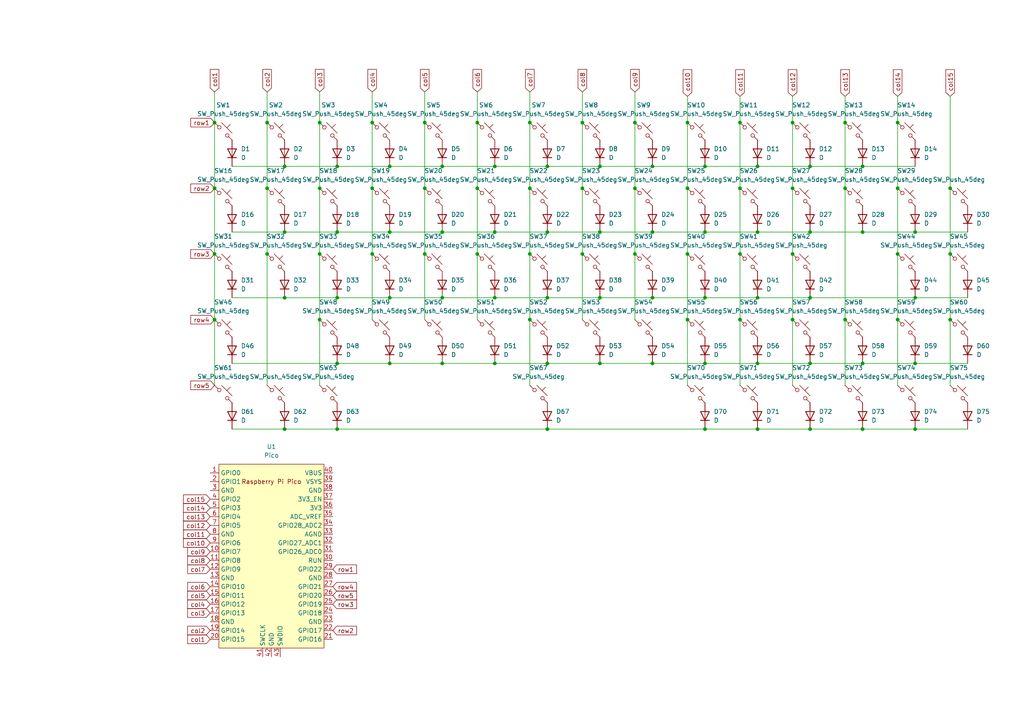
<source format=kicad_sch>
(kicad_sch (version 20231120) (generator "eeschema") (generator_version "8.0")
  (paper "A4")
  (junction (at 97.79 67.31))
  (junction (at 168.91 35.56))
  (junction (at 250.19 124.46))
  (junction (at 214.63 92.71))
  (junction (at 128.27 105.41))
  (junction (at 245.11 35.56))
  (junction (at 82.55 48.26))
  (junction (at 77.47 35.56))
  (junction (at 123.19 73.66))
  (junction (at 158.75 105.41))
  (junction (at 92.71 73.66))
  (junction (at 92.71 92.71))
  (junction (at 229.87 92.71))
  (junction (at 97.79 48.26))
  (junction (at 143.51 48.26))
  (junction (at 189.23 105.41))
  (junction (at 82.55 124.46))
  (junction (at 275.59 92.71))
  (junction (at 107.95 35.56))
  (junction (at 173.99 48.26))
  (junction (at 265.43 67.31))
  (junction (at 189.23 48.26))
  (junction (at 204.47 124.46))
  (junction (at 250.19 105.41))
  (junction (at 138.43 73.66))
  (junction (at 153.67 35.56))
  (junction (at 62.23 92.71))
  (junction (at 199.39 35.56))
  (junction (at 265.43 105.41))
  (junction (at 204.47 48.26))
  (junction (at 234.95 48.26))
  (junction (at 153.67 73.66))
  (junction (at 204.47 105.41))
  (junction (at 234.95 86.36))
  (junction (at 153.67 54.61))
  (junction (at 234.95 105.41))
  (junction (at 168.91 73.66))
  (junction (at 113.03 86.36))
  (junction (at 219.71 67.31))
  (junction (at 173.99 105.41))
  (junction (at 128.27 67.31))
  (junction (at 260.35 35.56))
  (junction (at 153.67 92.71))
  (junction (at 250.19 48.26))
  (junction (at 219.71 48.26))
  (junction (at 214.63 35.56))
  (junction (at 77.47 54.61))
  (junction (at 245.11 54.61))
  (junction (at 199.39 73.66))
  (junction (at 62.23 35.56))
  (junction (at 173.99 86.36))
  (junction (at 82.55 86.36))
  (junction (at 82.55 67.31))
  (junction (at 214.63 54.61))
  (junction (at 219.71 86.36))
  (junction (at 219.71 105.41))
  (junction (at 265.43 124.46))
  (junction (at 97.79 105.41))
  (junction (at 77.47 73.66))
  (junction (at 214.63 73.66))
  (junction (at 204.47 86.36))
  (junction (at 199.39 92.71))
  (junction (at 229.87 54.61))
  (junction (at 245.11 92.71))
  (junction (at 275.59 54.61))
  (junction (at 143.51 86.36))
  (junction (at 173.99 67.31))
  (junction (at 113.03 105.41))
  (junction (at 128.27 86.36))
  (junction (at 275.59 73.66))
  (junction (at 168.91 54.61))
  (junction (at 143.51 105.41))
  (junction (at 234.95 124.46))
  (junction (at 260.35 92.71))
  (junction (at 204.47 67.31))
  (junction (at 189.23 67.31))
  (junction (at 219.71 124.46))
  (junction (at 229.87 35.56))
  (junction (at 113.03 48.26))
  (junction (at 107.95 54.61))
  (junction (at 123.19 35.56))
  (junction (at 143.51 67.31))
  (junction (at 97.79 124.46))
  (junction (at 62.23 54.61))
  (junction (at 107.95 73.66))
  (junction (at 234.95 67.31))
  (junction (at 265.43 86.36))
  (junction (at 158.75 48.26))
  (junction (at 189.23 86.36))
  (junction (at 229.87 73.66))
  (junction (at 184.15 54.61))
  (junction (at 62.23 73.66))
  (junction (at 92.71 54.61))
  (junction (at 123.19 54.61))
  (junction (at 138.43 54.61))
  (junction (at 113.03 67.31))
  (junction (at 138.43 35.56))
  (junction (at 158.75 86.36))
  (junction (at 260.35 54.61))
  (junction (at 128.27 48.26))
  (junction (at 158.75 67.31))
  (junction (at 184.15 73.66))
  (junction (at 184.15 35.56))
  (junction (at 250.19 67.31))
  (junction (at 199.39 54.61))
  (junction (at 260.35 73.66))
  (junction (at 158.75 124.46))
  (junction (at 92.71 35.56))
  (junction (at 97.79 86.36))
  (wire (pts (xy 113.03 48.26) (xy 128.27 48.26)))
  (wire (pts (xy 113.03 67.31) (xy 128.27 67.31)))
  (wire (pts (xy 260.35 73.66) (xy 260.35 92.71)))
  (wire (pts (xy 168.91 35.56) (xy 168.91 54.61)))
  (wire (pts (xy 189.23 86.36) (xy 204.47 86.36)))
  (wire (pts (xy 97.79 67.31) (xy 113.03 67.31)))
  (wire (pts (xy 153.67 35.56) (xy 153.67 54.61)))
  (wire (pts (xy 168.91 54.61) (xy 168.91 73.66)))
  (wire (pts (xy 143.51 105.41) (xy 158.75 105.41)))
  (wire (pts (xy 67.31 105.41) (xy 97.79 105.41)))
  (wire (pts (xy 260.35 92.71) (xy 260.35 111.76)))
  (wire (pts (xy 219.71 86.36) (xy 234.95 86.36)))
  (wire (pts (xy 184.15 35.56) (xy 184.15 54.61)))
  (wire (pts (xy 184.15 73.66) (xy 184.15 92.71)))
  (wire (pts (xy 113.03 105.41) (xy 128.27 105.41)))
  (wire (pts (xy 229.87 92.71) (xy 229.87 111.76)))
  (wire (pts (xy 107.95 26.67) (xy 107.95 35.56)))
  (wire (pts (xy 245.11 54.61) (xy 245.11 92.71)))
  (wire (pts (xy 219.71 67.31) (xy 234.95 67.31)))
  (wire (pts (xy 168.91 73.66) (xy 168.91 92.71)))
  (wire (pts (xy 128.27 48.26) (xy 143.51 48.26)))
  (wire (pts (xy 260.35 27.94) (xy 260.35 35.56)))
  (wire (pts (xy 77.47 54.61) (xy 77.47 73.66)))
  (wire (pts (xy 173.99 48.26) (xy 189.23 48.26)))
  (wire (pts (xy 234.95 48.26) (xy 250.19 48.26)))
  (wire (pts (xy 123.19 26.67) (xy 123.19 35.56)))
  (wire (pts (xy 62.23 35.56) (xy 62.23 54.61)))
  (wire (pts (xy 214.63 73.66) (xy 214.63 92.71)))
  (wire (pts (xy 260.35 35.56) (xy 260.35 54.61)))
  (wire (pts (xy 107.95 54.61) (xy 107.95 73.66)))
  (wire (pts (xy 107.95 35.56) (xy 107.95 54.61)))
  (wire (pts (xy 219.71 124.46) (xy 234.95 124.46)))
  (wire (pts (xy 97.79 48.26) (xy 113.03 48.26)))
  (wire (pts (xy 67.31 124.46) (xy 82.55 124.46)))
  (wire (pts (xy 62.23 92.71) (xy 62.23 111.76)))
  (wire (pts (xy 214.63 54.61) (xy 214.63 73.66)))
  (wire (pts (xy 260.35 54.61) (xy 260.35 73.66)))
  (wire (pts (xy 250.19 67.31) (xy 265.43 67.31)))
  (wire (pts (xy 234.95 105.41) (xy 250.19 105.41)))
  (wire (pts (xy 229.87 27.94) (xy 229.87 35.56)))
  (wire (pts (xy 158.75 67.31) (xy 173.99 67.31)))
  (wire (pts (xy 62.23 54.61) (xy 62.23 73.66)))
  (wire (pts (xy 82.55 67.31) (xy 97.79 67.31)))
  (wire (pts (xy 199.39 27.94) (xy 199.39 35.56)))
  (wire (pts (xy 128.27 67.31) (xy 143.51 67.31)))
  (wire (pts (xy 265.43 86.36) (xy 280.67 86.36)))
  (wire (pts (xy 250.19 48.26) (xy 265.43 48.26)))
  (wire (pts (xy 82.55 124.46) (xy 97.79 124.46)))
  (wire (pts (xy 168.91 26.67) (xy 168.91 35.56)))
  (wire (pts (xy 107.95 73.66) (xy 107.95 92.71)))
  (wire (pts (xy 204.47 67.31) (xy 219.71 67.31)))
  (wire (pts (xy 219.71 105.41) (xy 234.95 105.41)))
  (wire (pts (xy 189.23 48.26) (xy 204.47 48.26)))
  (wire (pts (xy 97.79 124.46) (xy 158.75 124.46)))
  (wire (pts (xy 92.71 26.67) (xy 92.71 35.56)))
  (wire (pts (xy 153.67 73.66) (xy 153.67 92.71)))
  (wire (pts (xy 77.47 35.56) (xy 77.47 54.61)))
  (wire (pts (xy 234.95 67.31) (xy 250.19 67.31)))
  (wire (pts (xy 143.51 86.36) (xy 158.75 86.36)))
  (wire (pts (xy 199.39 92.71) (xy 199.39 111.76)))
  (wire (pts (xy 128.27 86.36) (xy 143.51 86.36)))
  (wire (pts (xy 92.71 92.71) (xy 92.71 111.76)))
  (wire (pts (xy 245.11 92.71) (xy 245.11 111.76)))
  (wire (pts (xy 153.67 54.61) (xy 153.67 73.66)))
  (wire (pts (xy 214.63 27.94) (xy 214.63 35.56)))
  (wire (pts (xy 138.43 54.61) (xy 138.43 73.66)))
  (wire (pts (xy 199.39 73.66) (xy 199.39 92.71)))
  (wire (pts (xy 275.59 27.94) (xy 275.59 54.61)))
  (wire (pts (xy 138.43 73.66) (xy 138.43 92.71)))
  (wire (pts (xy 138.43 26.67) (xy 138.43 35.56)))
  (wire (pts (xy 214.63 92.71) (xy 214.63 111.76)))
  (wire (pts (xy 229.87 73.66) (xy 229.87 92.71)))
  (wire (pts (xy 62.23 26.67) (xy 62.23 35.56)))
  (wire (pts (xy 128.27 105.41) (xy 143.51 105.41)))
  (wire (pts (xy 92.71 35.56) (xy 92.71 54.61)))
  (wire (pts (xy 219.71 48.26) (xy 234.95 48.26)))
  (wire (pts (xy 199.39 35.56) (xy 199.39 54.61)))
  (wire (pts (xy 229.87 54.61) (xy 229.87 73.66)))
  (wire (pts (xy 265.43 67.31) (xy 280.67 67.31)))
  (wire (pts (xy 184.15 26.67) (xy 184.15 35.56)))
  (wire (pts (xy 123.19 73.66) (xy 123.19 92.71)))
  (wire (pts (xy 250.19 105.41) (xy 265.43 105.41)))
  (wire (pts (xy 173.99 105.41) (xy 189.23 105.41)))
  (wire (pts (xy 275.59 92.71) (xy 275.59 111.76)))
  (wire (pts (xy 189.23 67.31) (xy 204.47 67.31)))
  (wire (pts (xy 123.19 35.56) (xy 123.19 54.61)))
  (wire (pts (xy 143.51 48.26) (xy 158.75 48.26)))
  (wire (pts (xy 138.43 35.56) (xy 138.43 54.61)))
  (wire (pts (xy 153.67 26.67) (xy 153.67 35.56)))
  (wire (pts (xy 113.03 86.36) (xy 128.27 86.36)))
  (wire (pts (xy 77.47 26.67) (xy 77.47 35.56)))
  (wire (pts (xy 153.67 92.71) (xy 153.67 111.76)))
  (wire (pts (xy 265.43 124.46) (xy 280.67 124.46)))
  (wire (pts (xy 234.95 124.46) (xy 250.19 124.46)))
  (wire (pts (xy 62.23 73.66) (xy 62.23 92.71)))
  (wire (pts (xy 77.47 73.66) (xy 77.47 111.76)))
  (wire (pts (xy 143.51 67.31) (xy 158.75 67.31)))
  (wire (pts (xy 204.47 105.41) (xy 219.71 105.41)))
  (wire (pts (xy 67.31 48.26) (xy 82.55 48.26)))
  (wire (pts (xy 67.31 86.36) (xy 82.55 86.36)))
  (wire (pts (xy 97.79 105.41) (xy 113.03 105.41)))
  (wire (pts (xy 245.11 35.56) (xy 245.11 54.61)))
  (wire (pts (xy 275.59 73.66) (xy 275.59 92.71)))
  (wire (pts (xy 250.19 124.46) (xy 265.43 124.46)))
  (wire (pts (xy 158.75 105.41) (xy 173.99 105.41)))
  (wire (pts (xy 158.75 48.26) (xy 173.99 48.26)))
  (wire (pts (xy 204.47 48.26) (xy 219.71 48.26)))
  (wire (pts (xy 275.59 54.61) (xy 275.59 73.66)))
  (wire (pts (xy 82.55 86.36) (xy 97.79 86.36)))
  (wire (pts (xy 214.63 35.56) (xy 214.63 54.61)))
  (wire (pts (xy 67.31 67.31) (xy 82.55 67.31)))
  (wire (pts (xy 184.15 54.61) (xy 184.15 73.66)))
  (wire (pts (xy 92.71 54.61) (xy 92.71 73.66)))
  (wire (pts (xy 158.75 124.46) (xy 204.47 124.46)))
  (wire (pts (xy 204.47 86.36) (xy 219.71 86.36)))
  (wire (pts (xy 173.99 86.36) (xy 189.23 86.36)))
  (wire (pts (xy 189.23 105.41) (xy 204.47 105.41)))
  (wire (pts (xy 92.71 73.66) (xy 92.71 92.71)))
  (wire (pts (xy 199.39 54.61) (xy 199.39 73.66)))
  (wire (pts (xy 234.95 86.36) (xy 265.43 86.36)))
  (wire (pts (xy 97.79 86.36) (xy 113.03 86.36)))
  (wire (pts (xy 229.87 35.56) (xy 229.87 54.61)))
  (wire (pts (xy 173.99 67.31) (xy 189.23 67.31)))
  (wire (pts (xy 204.47 124.46) (xy 219.71 124.46)))
  (wire (pts (xy 245.11 27.94) (xy 245.11 35.56)))
  (wire (pts (xy 123.19 54.61) (xy 123.19 73.66)))
  (wire (pts (xy 82.55 48.26) (xy 97.79 48.26)))
  (wire (pts (xy 158.75 86.36) (xy 173.99 86.36)))
  (wire (pts (xy 265.43 105.41) (xy 280.67 105.41)))
  (global_label "col4" (shape input) (at 107.95 26.67 90) (property "Intersheetrefs" "${INTERSHEET_REFS}" (effects (hide yes))))
  (global_label "col8" (shape input) (at 60.96 162.56 180) (property "Intersheetrefs" "${INTERSHEET_REFS}" (effects (hide yes))))
  (global_label "row4" (shape input) (at 62.23 92.71 180) (property "Intersheetrefs" "${INTERSHEET_REFS}" (effects (hide yes))))
  (global_label "row5" (shape input) (at 62.23 111.76 180) (property "Intersheetrefs" "${INTERSHEET_REFS}" (effects (hide yes))))
  (global_label "col1" (shape input) (at 62.23 26.67 90) (property "Intersheetrefs" "${INTERSHEET_REFS}" (effects (hide yes))))
  (global_label "col6" (shape input) (at 138.43 26.67 90) (property "Intersheetrefs" "${INTERSHEET_REFS}" (effects (hide yes))))
  (global_label "col15" (shape input) (at 60.96 144.78 180) (property "Intersheetrefs" "${INTERSHEET_REFS}" (effects (hide yes))))
  (global_label "row1" (shape input) (at 62.23 35.56 180) (property "Intersheetrefs" "${INTERSHEET_REFS}" (effects (hide yes))))
  (global_label "col13" (shape input) (at 60.96 149.86 180) (property "Intersheetrefs" "${INTERSHEET_REFS}" (effects (hide yes))))
  (global_label "col8" (shape input) (at 168.91 26.67 90) (property "Intersheetrefs" "${INTERSHEET_REFS}" (effects (hide yes))))
  (global_label "col6" (shape input) (at 60.96 170.18 180) (property "Intersheetrefs" "${INTERSHEET_REFS}" (effects (hide yes))))
  (global_label "col13" (shape input) (at 245.11 27.94 90) (property "Intersheetrefs" "${INTERSHEET_REFS}" (effects (hide yes))))
  (global_label "col2" (shape input) (at 77.47 26.67 90) (property "Intersheetrefs" "${INTERSHEET_REFS}" (effects (hide yes))))
  (global_label "col2" (shape input) (at 60.96 182.88 180) (property "Intersheetrefs" "${INTERSHEET_REFS}" (effects (hide yes))))
  (global_label "col5" (shape input) (at 123.19 26.67 90) (property "Intersheetrefs" "${INTERSHEET_REFS}" (effects (hide yes))))
  (global_label "col12" (shape input) (at 229.87 27.94 90) (property "Intersheetrefs" "${INTERSHEET_REFS}" (effects (hide yes))))
  (global_label "row3" (shape input) (at 62.23 73.66 180) (property "Intersheetrefs" "${INTERSHEET_REFS}" (effects (hide yes))))
  (global_label "col15" (shape input) (at 275.59 27.94 90) (property "Intersheetrefs" "${INTERSHEET_REFS}" (effects (hide yes))))
  (global_label "col10" (shape input) (at 60.96 157.48 180) (property "Intersheetrefs" "${INTERSHEET_REFS}" (effects (hide yes))))
  (global_label "col3" (shape input) (at 60.96 177.8 180) (property "Intersheetrefs" "${INTERSHEET_REFS}" (effects (hide yes))))
  (global_label "col3" (shape input) (at 92.71 26.67 90) (property "Intersheetrefs" "${INTERSHEET_REFS}" (effects (hide yes))))
  (global_label "col9" (shape input) (at 184.15 26.67 90) (property "Intersheetrefs" "${INTERSHEET_REFS}" (effects (hide yes))))
  (global_label "col12" (shape input) (at 60.96 152.4 180) (property "Intersheetrefs" "${INTERSHEET_REFS}" (effects (hide yes))))
  (global_label "col7" (shape input) (at 60.96 165.1 180) (property "Intersheetrefs" "${INTERSHEET_REFS}" (effects (hide yes))))
  (global_label "row2" (shape input) (at 96.52 182.88 0) (property "Intersheetrefs" "${INTERSHEET_REFS}" (effects (hide yes))))
  (global_label "col14" (shape input) (at 260.35 27.94 90) (property "Intersheetrefs" "${INTERSHEET_REFS}" (effects (hide yes))))
  (global_label "row3" (shape input) (at 96.52 175.26 0) (property "Intersheetrefs" "${INTERSHEET_REFS}" (effects (hide yes))))
  (global_label "col11" (shape input) (at 214.63 27.94 90) (property "Intersheetrefs" "${INTERSHEET_REFS}" (effects (hide yes))))
  (global_label "col5" (shape input) (at 60.96 172.72 180) (property "Intersheetrefs" "${INTERSHEET_REFS}" (effects (hide yes))))
  (global_label "col7" (shape input) (at 153.67 26.67 90) (property "Intersheetrefs" "${INTERSHEET_REFS}" (effects (hide yes))))
  (global_label "col4" (shape input) (at 60.96 175.26 180) (property "Intersheetrefs" "${INTERSHEET_REFS}" (effects (hide yes))))
  (global_label "col10" (shape input) (at 199.39 27.94 90) (property "Intersheetrefs" "${INTERSHEET_REFS}" (effects (hide yes))))
  (global_label "row1" (shape input) (at 96.52 165.1 0) (property "Intersheetrefs" "${INTERSHEET_REFS}" (effects (hide yes))))
  (global_label "col14" (shape input) (at 60.96 147.32 180) (property "Intersheetrefs" "${INTERSHEET_REFS}" (effects (hide yes))))
  (global_label "col11" (shape input) (at 60.96 154.94 180) (property "Intersheetrefs" "${INTERSHEET_REFS}" (effects (hide yes))))
  (global_label "col9" (shape input) (at 60.96 160.02 180) (property "Intersheetrefs" "${INTERSHEET_REFS}" (effects (hide yes))))
  (global_label "row2" (shape input) (at 62.23 54.61 180) (property "Intersheetrefs" "${INTERSHEET_REFS}" (effects (hide yes))))
  (global_label "row5" (shape input) (at 96.52 172.72 0) (property "Intersheetrefs" "${INTERSHEET_REFS}" (effects (hide yes))))
  (global_label "col1" (shape input) (at 60.96 185.42 180) (property "Intersheetrefs" "${INTERSHEET_REFS}" (effects (hide yes))))
  (global_label "row4" (shape input) (at 96.52 170.18 0) (property "Intersheetrefs" "${INTERSHEET_REFS}" (effects (hide yes))))
  (symbol (lib_id "Device:D") (at 128.27 82.55 90) (unit 1)
    (property "Reference" "D35" (at 130.81 81.2799 90) (effects (justify right)))
    (property "Value" "D" (at 130.81 83.8199 90) (effects (justify right)))
    (property "Footprint" "ScottoKeebs_Components:Diode_DO-35" (effects (hide yes)))
    (property "Description" "Diode" (effects (hide yes)))
    (property "Sim.Device" "D" (effects (hide yes)))
    (property "Sim.Pins" "1=K 2=A" (effects (hide yes)))
  )
  (symbol (lib_id "Switch:SW_Push_45deg") (at 262.89 95.25 0) (unit 1)
    (property "Reference" "SW59" (at 262.89 87.63 0))
    (property "Value" "SW_Push_45deg" (at 262.89 90.17 0))
    (property "Footprint" "Button_Switch_Keyboard:SW_Cherry_MX_1.00u_PCB" (effects (hide yes)))
    (property "Description" "Push button switch, normally open, two pins, 45° tilted" (effects (hide yes)))
  )
  (symbol (lib_id "Switch:SW_Push_45deg") (at 156.21 76.2 0) (unit 1)
    (property "Reference" "SW37" (at 156.21 68.58 0))
    (property "Value" "SW_Push_45deg" (at 156.21 71.12 0))
    (property "Footprint" "Button_Switch_Keyboard:SW_Cherry_MX_1.00u_PCB" (effects (hide yes)))
    (property "Description" "Push button switch, normally open, two pins, 45° tilted" (effects (hide yes)))
  )
  (symbol (lib_id "Device:D") (at 234.95 120.65 90) (unit 1)
    (property "Reference" "D72" (at 237.49 119.3799 90) (effects (justify right)))
    (property "Value" "D" (at 237.49 121.9199 90) (effects (justify right)))
    (property "Footprint" "ScottoKeebs_Components:Diode_DO-35" (effects (hide yes)))
    (property "Description" "Diode" (effects (hide yes)))
    (property "Sim.Device" "D" (effects (hide yes)))
    (property "Sim.Pins" "1=K 2=A" (effects (hide yes)))
  )
  (symbol (lib_id "Device:D") (at 143.51 44.45 90) (unit 1)
    (property "Reference" "D6" (at 146.05 43.1799 90) (effects (justify right)))
    (property "Value" "D" (at 146.05 45.7199 90) (effects (justify right)))
    (property "Footprint" "ScottoKeebs_Components:Diode_DO-35" (effects (hide yes)))
    (property "Description" "Diode" (effects (hide yes)))
    (property "Sim.Device" "D" (effects (hide yes)))
    (property "Sim.Pins" "1=K 2=A" (effects (hide yes)))
  )
  (symbol (lib_id "Device:D") (at 280.67 120.65 90) (unit 1)
    (property "Reference" "D75" (at 283.21 119.3799 90) (effects (justify right)))
    (property "Value" "D" (at 283.21 121.9199 90) (effects (justify right)))
    (property "Footprint" "ScottoKeebs_Components:Diode_DO-35" (effects (hide yes)))
    (property "Description" "Diode" (effects (hide yes)))
    (property "Sim.Device" "D" (effects (hide yes)))
    (property "Sim.Pins" "1=K 2=A" (effects (hide yes)))
  )
  (symbol (lib_id "Device:D") (at 234.95 63.5 90) (unit 1)
    (property "Reference" "D27" (at 237.49 62.2299 90) (effects (justify right)))
    (property "Value" "D" (at 237.49 64.7699 90) (effects (justify right)))
    (property "Footprint" "ScottoKeebs_Components:Diode_DO-35" (effects (hide yes)))
    (property "Description" "Diode" (effects (hide yes)))
    (property "Sim.Device" "D" (effects (hide yes)))
    (property "Sim.Pins" "1=K 2=A" (effects (hide yes)))
  )
  (symbol (lib_id "Switch:SW_Push_45deg") (at 156.21 95.25 0) (unit 1)
    (property "Reference" "SW52" (at 156.21 87.63 0))
    (property "Value" "SW_Push_45deg" (at 156.21 90.17 0))
    (property "Footprint" "Button_Switch_Keyboard:SW_Cherry_MX_1.00u_PCB" (effects (hide yes)))
    (property "Description" "Push button switch, normally open, two pins, 45° tilted" (effects (hide yes)))
  )
  (symbol (lib_id "Switch:SW_Push_45deg") (at 140.97 38.1 0) (unit 1)
    (property "Reference" "SW6" (at 140.97 30.48 0))
    (property "Value" "SW_Push_45deg" (at 140.97 33.02 0))
    (property "Footprint" "Button_Switch_Keyboard:SW_Cherry_MX_1.00u_PCB" (effects (hide yes)))
    (property "Description" "Push button switch, normally open, two pins, 45° tilted" (effects (hide yes)))
  )
  (symbol (lib_id "Device:D") (at 234.95 82.55 90) (unit 1)
    (property "Reference" "D42" (at 237.49 81.2799 90) (effects (justify right)))
    (property "Value" "D" (at 237.49 83.8199 90) (effects (justify right)))
    (property "Footprint" "ScottoKeebs_Components:Diode_DO-35" (effects (hide yes)))
    (property "Description" "Diode" (effects (hide yes)))
    (property "Sim.Device" "D" (effects (hide yes)))
    (property "Sim.Pins" "1=K 2=A" (effects (hide yes)))
  )
  (symbol (lib_id "Device:D") (at 265.43 44.45 90) (unit 1)
    (property "Reference" "D14" (at 267.97 43.1799 90) (effects (justify right)))
    (property "Value" "D" (at 267.97 45.7199 90) (effects (justify right)))
    (property "Footprint" "ScottoKeebs_Components:Diode_DO-35" (effects (hide yes)))
    (property "Description" "Diode" (effects (hide yes)))
    (property "Sim.Device" "D" (effects (hide yes)))
    (property "Sim.Pins" "1=K 2=A" (effects (hide yes)))
  )
  (symbol (lib_id "MCU_RaspberryPi_and_Boards:Pico") (at 78.74 161.29 0) (unit 1)
    (property "Reference" "U1" (at 78.74 129.54 0))
    (property "Value" "Pico" (at 78.74 132.08 0))
    (property "Footprint" "Module:RaspberryPi_Pico_Common_THT" (effects (hide yes)))
  )
  (symbol (lib_id "Switch:SW_Push_45deg") (at 201.93 76.2 0) (unit 1)
    (property "Reference" "SW40" (at 201.93 68.58 0))
    (property "Value" "SW_Push_45deg" (at 201.93 71.12 0))
    (property "Footprint" "Button_Switch_Keyboard:SW_Cherry_MX_1.00u_PCB" (effects (hide yes)))
    (property "Description" "Push button switch, normally open, two pins, 45° tilted" (effects (hide yes)))
  )
  (symbol (lib_id "Switch:SW_Push_45deg") (at 156.21 57.15 0) (unit 1)
    (property "Reference" "SW22" (at 156.21 49.53 0))
    (property "Value" "SW_Push_45deg" (at 156.21 52.07 0))
    (property "Footprint" "Button_Switch_Keyboard:SW_Cherry_MX_1.00u_PCB" (effects (hide yes)))
    (property "Description" "Push button switch, normally open, two pins, 45° tilted" (effects (hide yes)))
  )
  (symbol (lib_id "Device:D") (at 97.79 120.65 90) (unit 1)
    (property "Reference" "D63" (at 100.33 119.3799 90) (effects (justify right)))
    (property "Value" "D" (at 100.33 121.9199 90) (effects (justify right)))
    (property "Footprint" "ScottoKeebs_Components:Diode_DO-35" (effects (hide yes)))
    (property "Description" "Diode" (effects (hide yes)))
    (property "Sim.Device" "D" (effects (hide yes)))
    (property "Sim.Pins" "1=K 2=A" (effects (hide yes)))
  )
  (symbol (lib_id "Switch:SW_Push_45deg") (at 64.77 114.3 0) (unit 1)
    (property "Reference" "SW61" (at 64.77 106.68 0))
    (property "Value" "SW_Push_45deg" (at 64.77 109.22 0))
    (property "Footprint" "Button_Switch_Keyboard:SW_Cherry_MX_1.00u_PCB" (effects (hide yes)))
    (property "Description" "Push button switch, normally open, two pins, 45° tilted" (effects (hide yes)))
  )
  (symbol (lib_id "Device:D") (at 97.79 44.45 90) (unit 1)
    (property "Reference" "D3" (at 100.33 43.1799 90) (effects (justify right)))
    (property "Value" "D" (at 100.33 45.7199 90) (effects (justify right)))
    (property "Footprint" "ScottoKeebs_Components:Diode_DO-35" (effects (hide yes)))
    (property "Description" "Diode" (effects (hide yes)))
    (property "Sim.Device" "D" (effects (hide yes)))
    (property "Sim.Pins" "1=K 2=A" (effects (hide yes)))
  )
  (symbol (lib_id "Device:D") (at 82.55 120.65 90) (unit 1)
    (property "Reference" "D62" (at 85.09 119.3799 90) (effects (justify right)))
    (property "Value" "D" (at 85.09 121.9199 90) (effects (justify right)))
    (property "Footprint" "ScottoKeebs_Components:Diode_DO-35" (effects (hide yes)))
    (property "Description" "Diode" (effects (hide yes)))
    (property "Sim.Device" "D" (effects (hide yes)))
    (property "Sim.Pins" "1=K 2=A" (effects (hide yes)))
  )
  (symbol (lib_id "Switch:SW_Push_45deg") (at 140.97 76.2 0) (unit 1)
    (property "Reference" "SW36" (at 140.97 68.58 0))
    (property "Value" "SW_Push_45deg" (at 140.97 71.12 0))
    (property "Footprint" "Button_Switch_Keyboard:SW_Cherry_MX_1.00u_PCB" (effects (hide yes)))
    (property "Description" "Push button switch, normally open, two pins, 45° tilted" (effects (hide yes)))
  )
  (symbol (lib_id "Device:D") (at 67.31 63.5 90) (unit 1)
    (property "Reference" "D16" (at 69.85 62.2299 90) (effects (justify right)))
    (property "Value" "D" (at 69.85 64.7699 90) (effects (justify right)))
    (property "Footprint" "ScottoKeebs_Components:Diode_DO-35" (effects (hide yes)))
    (property "Description" "Diode" (effects (hide yes)))
    (property "Sim.Device" "D" (effects (hide yes)))
    (property "Sim.Pins" "1=K 2=A" (effects (hide yes)))
  )
  (symbol (lib_id "Device:D") (at 204.47 44.45 90) (unit 1)
    (property "Reference" "D10" (at 207.01 43.1799 90) (effects (justify right)))
    (property "Value" "D" (at 207.01 45.7199 90) (effects (justify right)))
    (property "Footprint" "ScottoKeebs_Components:Diode_DO-35" (effects (hide yes)))
    (property "Description" "Diode" (effects (hide yes)))
    (property "Sim.Device" "D" (effects (hide yes)))
    (property "Sim.Pins" "1=K 2=A" (effects (hide yes)))
  )
  (symbol (lib_id "Device:D") (at 128.27 101.6 90) (unit 1)
    (property "Reference" "D50" (at 130.81 100.3299 90) (effects (justify right)))
    (property "Value" "D" (at 130.81 102.8699 90) (effects (justify right)))
    (property "Footprint" "ScottoKeebs_Components:Diode_DO-35" (effects (hide yes)))
    (property "Description" "Diode" (effects (hide yes)))
    (property "Sim.Device" "D" (effects (hide yes)))
    (property "Sim.Pins" "1=K 2=A" (effects (hide yes)))
  )
  (symbol (lib_id "Device:D") (at 143.51 63.5 90) (unit 1)
    (property "Reference" "D21" (at 146.05 62.2299 90) (effects (justify right)))
    (property "Value" "D" (at 146.05 64.7699 90) (effects (justify right)))
    (property "Footprint" "ScottoKeebs_Components:Diode_DO-35" (effects (hide yes)))
    (property "Description" "Diode" (effects (hide yes)))
    (property "Sim.Device" "D" (effects (hide yes)))
    (property "Sim.Pins" "1=K 2=A" (effects (hide yes)))
  )
  (symbol (lib_id "Device:D") (at 113.03 63.5 90) (unit 1)
    (property "Reference" "D19" (at 115.57 62.2299 90) (effects (justify right)))
    (property "Value" "D" (at 115.57 64.7699 90) (effects (justify right)))
    (property "Footprint" "ScottoKeebs_Components:Diode_DO-35" (effects (hide yes)))
    (property "Description" "Diode" (effects (hide yes)))
    (property "Sim.Device" "D" (effects (hide yes)))
    (property "Sim.Pins" "1=K 2=A" (effects (hide yes)))
  )
  (symbol (lib_id "Device:D") (at 280.67 101.6 90) (unit 1)
    (property "Reference" "D60" (at 283.21 100.3299 90) (effects (justify right)))
    (property "Value" "D" (at 283.21 102.8699 90) (effects (justify right)))
    (property "Footprint" "ScottoKeebs_Components:Diode_DO-35" (effects (hide yes)))
    (property "Description" "Diode" (effects (hide yes)))
    (property "Sim.Device" "D" (effects (hide yes)))
    (property "Sim.Pins" "1=K 2=A" (effects (hide yes)))
  )
  (symbol (lib_id "Switch:SW_Push_45deg") (at 110.49 57.15 0) (unit 1)
    (property "Reference" "SW19" (at 110.49 49.53 0))
    (property "Value" "SW_Push_45deg" (at 110.49 52.07 0))
    (property "Footprint" "Button_Switch_Keyboard:SW_Cherry_MX_1.00u_PCB" (effects (hide yes)))
    (property "Description" "Push button switch, normally open, two pins, 45° tilted" (effects (hide yes)))
  )
  (symbol (lib_id "Switch:SW_Push_45deg") (at 64.77 57.15 0) (unit 1)
    (property "Reference" "SW16" (at 64.77 49.53 0))
    (property "Value" "SW_Push_45deg" (at 64.77 52.07 0))
    (property "Footprint" "Button_Switch_Keyboard:SW_Cherry_MX_1.00u_PCB" (effects (hide yes)))
    (property "Description" "Push button switch, normally open, two pins, 45° tilted" (effects (hide yes)))
  )
  (symbol (lib_id "Switch:SW_Push_45deg") (at 201.93 57.15 0) (unit 1)
    (property "Reference" "SW25" (at 201.93 49.53 0))
    (property "Value" "SW_Push_45deg" (at 201.93 52.07 0))
    (property "Footprint" "Button_Switch_Keyboard:SW_Cherry_MX_1.00u_PCB" (effects (hide yes)))
    (property "Description" "Push button switch, normally open, two pins, 45° tilted" (effects (hide yes)))
  )
  (symbol (lib_id "Switch:SW_Push_45deg") (at 278.13 57.15 0) (unit 1)
    (property "Reference" "SW30" (effects (hide yes)))
    (property "Value" "SW_Push_45deg" (at 278.13 52.07 0))
    (property "Footprint" "Button_Switch_Keyboard:SW_Cherry_MX_1.00u_PCB" (effects (hide yes)))
    (property "Description" "Push button switch, normally open, two pins, 45° tilted" (effects (hide yes)))
  )
  (symbol (lib_id "Switch:SW_Push_45deg") (at 232.41 57.15 0) (unit 1)
    (property "Reference" "SW27" (at 232.41 49.53 0))
    (property "Value" "SW_Push_45deg" (at 232.41 52.07 0))
    (property "Footprint" "Button_Switch_Keyboard:SW_Cherry_MX_1.00u_PCB" (effects (hide yes)))
    (property "Description" "Push button switch, normally open, two pins, 45° tilted" (effects (hide yes)))
  )
  (symbol (lib_id "Device:D") (at 250.19 44.45 90) (unit 1)
    (property "Reference" "D13" (at 252.73 43.1799 90) (effects (justify right)))
    (property "Value" "D" (at 252.73 45.7199 90) (effects (justify right)))
    (property "Footprint" "ScottoKeebs_Components:Diode_DO-35" (effects (hide yes)))
    (property "Description" "Diode" (effects (hide yes)))
    (property "Sim.Device" "D" (effects (hide yes)))
    (property "Sim.Pins" "1=K 2=A" (effects (hide yes)))
  )
  (symbol (lib_id "Switch:SW_Push_45deg") (at 171.45 95.25 0) (unit 1)
    (property "Reference" "SW53" (at 171.45 87.63 0))
    (property "Value" "SW_Push_45deg" (at 171.45 90.17 0))
    (property "Footprint" "Button_Switch_Keyboard:SW_Cherry_MX_1.00u_PCB" (effects (hide yes)))
    (property "Description" "Push button switch, normally open, two pins, 45° tilted" (effects (hide yes)))
  )
  (symbol (lib_id "Switch:SW_Push_45deg") (at 247.65 114.3 0) (unit 1)
    (property "Reference" "SW73" (at 247.65 106.68 0))
    (property "Value" "SW_Push_45deg" (at 247.65 109.22 0))
    (property "Footprint" "Button_Switch_Keyboard:SW_Cherry_MX_1.00u_PCB" (effects (hide yes)))
    (property "Description" "Push button switch, normally open, two pins, 45° tilted" (effects (hide yes)))
  )
  (symbol (lib_id "Switch:SW_Push_45deg") (at 232.41 76.2 0) (unit 1)
    (property "Reference" "SW42" (at 232.41 68.58 0))
    (property "Value" "SW_Push_45deg" (at 232.41 71.12 0))
    (property "Footprint" "Button_Switch_Keyboard:SW_Cherry_MX_1.00u_PCB" (effects (hide yes)))
    (property "Description" "Push button switch, normally open, two pins, 45° tilted" (effects (hide yes)))
  )
  (symbol (lib_id "Device:D") (at 265.43 120.65 90) (unit 1)
    (property "Reference" "D74" (at 267.97 119.3799 90) (effects (justify right)))
    (property "Value" "D" (at 267.97 121.9199 90) (effects (justify right)))
    (property "Footprint" "ScottoKeebs_Components:Diode_DO-35" (effects (hide yes)))
    (property "Description" "Diode" (effects (hide yes)))
    (property "Sim.Device" "D" (effects (hide yes)))
    (property "Sim.Pins" "1=K 2=A" (effects (hide yes)))
  )
  (symbol (lib_id "Switch:SW_Push_45deg") (at 186.69 57.15 0) (unit 1)
    (property "Reference" "SW24" (at 186.69 49.53 0))
    (property "Value" "SW_Push_45deg" (at 186.69 52.07 0))
    (property "Footprint" "Button_Switch_Keyboard:SW_Cherry_MX_1.00u_PCB" (effects (hide yes)))
    (property "Description" "Push button switch, normally open, two pins, 45° tilted" (effects (hide yes)))
  )
  (symbol (lib_id "Switch:SW_Push_45deg") (at 262.89 76.2 0) (unit 1)
    (property "Reference" "SW44" (at 262.89 68.58 0))
    (property "Value" "SW_Push_45deg" (at 262.89 71.12 0))
    (property "Footprint" "Button_Switch_Keyboard:SW_Cherry_MX_2.00u_PCB" (effects (hide yes)))
    (property "Description" "Push button switch, normally open, two pins, 45° tilted" (effects (hide yes)))
  )
  (symbol (lib_id "Switch:SW_Push_45deg") (at 217.17 76.2 0) (unit 1)
    (property "Reference" "SW41" (at 217.17 68.58 0))
    (property "Value" "SW_Push_45deg" (at 217.17 71.12 0))
    (property "Footprint" "Button_Switch_Keyboard:SW_Cherry_MX_1.00u_PCB" (effects (hide yes)))
    (property "Description" "Push button switch, normally open, two pins, 45° tilted" (effects (hide yes)))
  )
  (symbol (lib_id "Switch:SW_Push_45deg") (at 217.17 114.3 0) (unit 1)
    (property "Reference" "SW71" (at 217.17 106.68 0))
    (property "Value" "SW_Push_45deg" (at 217.17 109.22 0))
    (property "Footprint" "Button_Switch_Keyboard:SW_Cherry_MX_1.00u_PCB" (effects (hide yes)))
    (property "Description" "Push button switch, normally open, two pins, 45° tilted" (effects (hide yes)))
  )
  (symbol (lib_id "Device:D") (at 189.23 101.6 90) (unit 1)
    (property "Reference" "D54" (at 191.77 100.3299 90) (effects (justify right)))
    (property "Value" "D" (at 191.77 102.8699 90) (effects (justify right)))
    (property "Footprint" "ScottoKeebs_Components:Diode_DO-35" (effects (hide yes)))
    (property "Description" "Diode" (effects (hide yes)))
    (property "Sim.Device" "D" (effects (hide yes)))
    (property "Sim.Pins" "1=K 2=A" (effects (hide yes)))
  )
  (symbol (lib_id "Device:D") (at 219.71 101.6 90) (unit 1)
    (property "Reference" "D56" (at 222.25 100.3299 90) (effects (justify right)))
    (property "Value" "D" (at 222.25 102.8699 90) (effects (justify right)))
    (property "Footprint" "ScottoKeebs_Components:Diode_DO-35" (effects (hide yes)))
    (property "Description" "Diode" (effects (hide yes)))
    (property "Sim.Device" "D" (effects (hide yes)))
    (property "Sim.Pins" "1=K 2=A" (effects (hide yes)))
  )
  (symbol (lib_id "Switch:SW_Push_45deg") (at 171.45 57.15 0) (unit 1)
    (property "Reference" "SW23" (at 171.45 49.53 0))
    (property "Value" "SW_Push_45deg" (at 171.45 52.07 0))
    (property "Footprint" "Button_Switch_Keyboard:SW_Cherry_MX_1.00u_PCB" (effects (hide yes)))
    (property "Description" "Push button switch, normally open, two pins, 45° tilted" (effects (hide yes)))
  )
  (symbol (lib_id "Switch:SW_Push_45deg") (at 186.69 38.1 0) (unit 1)
    (property "Reference" "SW9" (at 186.69 30.48 0))
    (property "Value" "SW_Push_45deg" (at 186.69 33.02 0))
    (property "Footprint" "Button_Switch_Keyboard:SW_Cherry_MX_1.00u_PCB" (effects (hide yes)))
    (property "Description" "Push button switch, normally open, two pins, 45° tilted" (effects (hide yes)))
  )
  (symbol (lib_id "Device:D") (at 113.03 44.45 90) (unit 1)
    (property "Reference" "D4" (at 115.57 43.1799 90) (effects (justify right)))
    (property "Value" "D" (at 115.57 45.7199 90) (effects (justify right)))
    (property "Footprint" "ScottoKeebs_Components:Diode_DO-35" (effects (hide yes)))
    (property "Description" "Diode" (effects (hide yes)))
    (property "Sim.Device" "D" (effects (hide yes)))
    (property "Sim.Pins" "1=K 2=A" (effects (hide yes)))
  )
  (symbol (lib_id "Device:D") (at 280.67 82.55 90) (unit 1)
    (property "Reference" "D45" (at 283.21 81.2799 90) (effects (justify right)))
    (property "Value" "D" (at 283.21 83.8199 90) (effects (justify right)))
    (property "Footprint" "ScottoKeebs_Components:Diode_DO-35" (effects (hide yes)))
    (property "Description" "Diode" (effects (hide yes)))
    (property "Sim.Device" "D" (effects (hide yes)))
    (property "Sim.Pins" "1=K 2=A" (effects (hide yes)))
  )
  (symbol (lib_id "Device:D") (at 219.71 120.65 90) (unit 1)
    (property "Reference" "D71" (at 222.25 119.3799 90) (effects (justify right)))
    (property "Value" "D" (at 222.25 121.9199 90) (effects (justify right)))
    (property "Footprint" "ScottoKeebs_Components:Diode_DO-35" (effects (hide yes)))
    (property "Description" "Diode" (effects (hide yes)))
    (property "Sim.Device" "D" (effects (hide yes)))
    (property "Sim.Pins" "1=K 2=A" (effects (hide yes)))
  )
  (symbol (lib_id "Device:D") (at 128.27 63.5 90) (unit 1)
    (property "Reference" "D20" (at 130.81 62.2299 90) (effects (justify right)))
    (property "Value" "D" (at 130.81 64.7699 90) (effects (justify right)))
    (property "Footprint" "ScottoKeebs_Components:Diode_DO-35" (effects (hide yes)))
    (property "Description" "Diode" (effects (hide yes)))
    (property "Sim.Device" "D" (effects (hide yes)))
    (property "Sim.Pins" "1=K 2=A" (effects (hide yes)))
  )
  (symbol (lib_id "Device:D") (at 67.31 101.6 90) (unit 1)
    (property "Reference" "D46" (at 69.85 100.3299 90) (effects (justify right)))
    (property "Value" "D" (at 69.85 102.8699 90) (effects (justify right)))
    (property "Footprint" "ScottoKeebs_Components:Diode_DO-35" (effects (hide yes)))
    (property "Description" "Diode" (effects (hide yes)))
    (property "Sim.Device" "D" (effects (hide yes)))
    (property "Sim.Pins" "1=K 2=A" (effects (hide yes)))
  )
  (symbol (lib_id "Device:D") (at 265.43 82.55 90) (unit 1)
    (property "Reference" "D44" (at 267.97 81.2799 90) (effects (justify right)))
    (property "Value" "D" (at 267.97 83.8199 90) (effects (justify right)))
    (property "Footprint" "ScottoKeebs_Components:Diode_DO-35" (effects (hide yes)))
    (property "Description" "Diode" (effects (hide yes)))
    (property "Sim.Device" "D" (effects (hide yes)))
    (property "Sim.Pins" "1=K 2=A" (effects (hide yes)))
  )
  (symbol (lib_id "Device:D") (at 219.71 44.45 90) (unit 1)
    (property "Reference" "D11" (at 222.25 43.1799 90) (effects (justify right)))
    (property "Value" "D" (at 222.25 45.7199 90) (effects (justify right)))
    (property "Footprint" "ScottoKeebs_Components:Diode_DO-35" (effects (hide yes)))
    (property "Description" "Diode" (effects (hide yes)))
    (property "Sim.Device" "D" (effects (hide yes)))
    (property "Sim.Pins" "1=K 2=A" (effects (hide yes)))
  )
  (symbol (lib_id "Device:D") (at 173.99 101.6 90) (unit 1)
    (property "Reference" "D53" (at 176.53 100.3299 90) (effects (justify right)))
    (property "Value" "D" (at 176.53 102.8699 90) (effects (justify right)))
    (property "Footprint" "ScottoKeebs_Components:Diode_DO-35" (effects (hide yes)))
    (property "Description" "Diode" (effects (hide yes)))
    (property "Sim.Device" "D" (effects (hide yes)))
    (property "Sim.Pins" "1=K 2=A" (effects (hide yes)))
  )
  (symbol (lib_id "Switch:SW_Push_45deg") (at 278.13 76.2 0) (unit 1)
    (property "Reference" "SW45" (at 278.13 68.58 0))
    (property "Value" "SW_Push_45deg" (at 278.13 71.12 0))
    (property "Footprint" "Button_Switch_Keyboard:SW_Cherry_MX_1.00u_PCB" (effects (hide yes)))
    (property "Description" "Push button switch, normally open, two pins, 45° tilted" (effects (hide yes)))
  )
  (symbol (lib_id "Switch:SW_Push_45deg") (at 186.69 95.25 0) (unit 1)
    (property "Reference" "SW54" (at 186.69 87.63 0))
    (property "Value" "SW_Push_45deg" (at 186.69 90.17 0))
    (property "Footprint" "Button_Switch_Keyboard:SW_Cherry_MX_1.00u_PCB" (effects (hide yes)))
    (property "Description" "Push button switch, normally open, two pins, 45° tilted" (effects (hide yes)))
  )
  (symbol (lib_id "Device:D") (at 219.71 82.55 90) (unit 1)
    (property "Reference" "D41" (at 222.25 81.2799 90) (effects (justify right)))
    (property "Value" "D" (at 222.25 83.8199 90) (effects (justify right)))
    (property "Footprint" "ScottoKeebs_Components:Diode_DO-35" (effects (hide yes)))
    (property "Description" "Diode" (effects (hide yes)))
    (property "Sim.Device" "D" (effects (hide yes)))
    (property "Sim.Pins" "1=K 2=A" (effects (hide yes)))
  )
  (symbol (lib_id "Switch:SW_Push_45deg") (at 64.77 76.2 0) (unit 1)
    (property "Reference" "SW31" (at 64.77 68.58 0))
    (property "Value" "SW_Push_45deg" (at 64.77 71.12 0))
    (property "Footprint" "Button_Switch_Keyboard:SW_Cherry_MX_1.00u_PCB" (effects (hide yes)))
    (property "Description" "Push button switch, normally open, two pins, 45° tilted" (effects (hide yes)))
  )
  (symbol (lib_id "Switch:SW_Push_45deg") (at 140.97 95.25 0) (unit 1)
    (property "Reference" "SW51" (at 140.97 87.63 0))
    (property "Value" "SW_Push_45deg" (at 140.97 90.17 0))
    (property "Footprint" "Button_Switch_Keyboard:SW_Cherry_MX_1.00u_PCB" (effects (hide yes)))
    (property "Description" "Push button switch, normally open, two pins, 45° tilted" (effects (hide yes)))
  )
  (symbol (lib_id "Device:D") (at 204.47 101.6 90) (unit 1)
    (property "Reference" "D55" (at 207.01 100.3299 90) (effects (justify right)))
    (property "Value" "D" (at 207.01 102.8699 90) (effects (justify right)))
    (property "Footprint" "ScottoKeebs_Components:Diode_DO-35" (effects (hide yes)))
    (property "Description" "Diode" (effects (hide yes)))
    (property "Sim.Device" "D" (effects (hide yes)))
    (property "Sim.Pins" "1=K 2=A" (effects (hide yes)))
  )
  (symbol (lib_id "Switch:SW_Push_45deg") (at 95.25 57.15 0) (unit 1)
    (property "Reference" "SW18" (at 95.25 49.53 0))
    (property "Value" "SW_Push_45deg" (at 95.25 52.07 0))
    (property "Footprint" "Button_Switch_Keyboard:SW_Cherry_MX_1.00u_PCB" (effects (hide yes)))
    (property "Description" "Push button switch, normally open, two pins, 45° tilted" (effects (hide yes)))
  )
  (symbol (lib_id "Device:D") (at 158.75 63.5 90) (unit 1)
    (property "Reference" "D22" (at 161.29 62.2299 90) (effects (justify right)))
    (property "Value" "D" (at 161.29 64.7699 90) (effects (justify right)))
    (property "Footprint" "ScottoKeebs_Components:Diode_DO-35" (effects (hide yes)))
    (property "Description" "Diode" (effects (hide yes)))
    (property "Sim.Device" "D" (effects (hide yes)))
    (property "Sim.Pins" "1=K 2=A" (effects (hide yes)))
  )
  (symbol (lib_id "Switch:SW_Push_45deg") (at 217.17 57.15 0) (unit 1)
    (property "Reference" "SW26" (at 217.17 49.53 0))
    (property "Value" "SW_Push_45deg" (at 217.17 52.07 0))
    (property "Footprint" "Button_Switch_Keyboard:SW_Cherry_MX_1.00u_PCB" (effects (hide yes)))
    (property "Description" "Push button switch, normally open, two pins, 45° tilted" (effects (hide yes)))
  )
  (symbol (lib_id "Device:D") (at 82.55 44.45 90) (unit 1)
    (property "Reference" "D2" (at 85.09 43.1799 90) (effects (justify right)))
    (property "Value" "D" (at 85.09 45.7199 90) (effects (justify right)))
    (property "Footprint" "ScottoKeebs_Components:Diode_DO-35" (effects (hide yes)))
    (property "Description" "Diode" (effects (hide yes)))
    (property "Sim.Device" "D" (effects (hide yes)))
    (property "Sim.Pins" "1=K 2=A" (effects (hide yes)))
  )
  (symbol (lib_id "Switch:SW_Push_45deg") (at 64.77 38.1 0) (unit 1)
    (property "Reference" "SW1" (at 64.77 30.48 0))
    (property "Value" "SW_Push_45deg" (at 64.77 33.02 0))
    (property "Footprint" "Button_Switch_Keyboard:SW_Cherry_MX_1.00u_PCB" (effects (hide yes)))
    (property "Description" "Push button switch, normally open, two pins, 45° tilted" (effects (hide yes)))
  )
  (symbol (lib_id "Device:D") (at 158.75 101.6 90) (unit 1)
    (property "Reference" "D52" (at 161.29 100.3299 90) (effects (justify right)))
    (property "Value" "D" (at 161.29 102.8699 90) (effects (justify right)))
    (property "Footprint" "ScottoKeebs_Components:Diode_DO-35" (effects (hide yes)))
    (property "Description" "Diode" (effects (hide yes)))
    (property "Sim.Device" "D" (effects (hide yes)))
    (property "Sim.Pins" "1=K 2=A" (effects (hide yes)))
  )
  (symbol (lib_id "Device:D") (at 67.31 120.65 90) (unit 1)
    (property "Reference" "D61" (at 69.85 119.3799 90) (effects (justify right)))
    (property "Value" "D" (at 69.85 121.9199 90) (effects (justify right)))
    (property "Footprint" "ScottoKeebs_Components:Diode_DO-35" (effects (hide yes)))
    (property "Description" "Diode" (effects (hide yes)))
    (property "Sim.Device" "D" (effects (hide yes)))
    (property "Sim.Pins" "1=K 2=A" (effects (hide yes)))
  )
  (symbol (lib_id "Switch:SW_Push_45deg") (at 125.73 38.1 0) (unit 1)
    (property "Reference" "SW5" (at 125.73 30.48 0))
    (property "Value" "SW_Push_45deg" (at 125.73 33.02 0))
    (property "Footprint" "Button_Switch_Keyboard:SW_Cherry_MX_1.00u_PCB" (effects (hide yes)))
    (property "Description" "Push button switch, normally open, two pins, 45° tilted" (effects (hide yes)))
  )
  (symbol (lib_id "Device:D") (at 265.43 101.6 90) (unit 1)
    (property "Reference" "D59" (at 267.97 100.3299 90) (effects (justify right)))
    (property "Value" "D" (at 267.97 102.8699 90) (effects (justify right)))
    (property "Footprint" "ScottoKeebs_Components:Diode_DO-35" (effects (hide yes)))
    (property "Description" "Diode" (effects (hide yes)))
    (property "Sim.Device" "D" (effects (hide yes)))
    (property "Sim.Pins" "1=K 2=A" (effects (hide yes)))
  )
  (symbol (lib_id "Switch:SW_Push_45deg") (at 156.21 114.3 0) (unit 1)
    (property "Reference" "SW67" (at 156.21 106.68 0))
    (property "Value" "SW_Push_45deg" (at 156.21 109.22 0))
    (property "Footprint" "MX_Alps_Hybrid.pretty-master:MX-6U" (effects (hide yes)))
    (property "Description" "Push button switch, normally open, two pins, 45° tilted" (effects (hide yes)))
  )
  (symbol (lib_id "Device:D") (at 97.79 63.5 90) (unit 1)
    (property "Reference" "D18" (at 100.33 62.2299 90) (effects (justify right)))
    (property "Value" "D" (at 100.33 64.7699 90) (effects (justify right)))
    (property "Footprint" "ScottoKeebs_Components:Diode_DO-35" (effects (hide yes)))
    (property "Description" "Diode" (effects (hide yes)))
    (property "Sim.Device" "D" (effects (hide yes)))
    (property "Sim.Pins" "1=K 2=A" (effects (hide yes)))
  )
  (symbol (lib_id "Device:D") (at 113.03 82.55 90) (unit 1)
    (property "Reference" "D34" (at 115.57 81.2799 90) (effects (justify right)))
    (property "Value" "D" (at 115.57 83.8199 90) (effects (justify right)))
    (property "Footprint" "ScottoKeebs_Components:Diode_DO-35" (effects (hide yes)))
    (property "Description" "Diode" (effects (hide yes)))
    (property "Sim.Device" "D" (effects (hide yes)))
    (property "Sim.Pins" "1=K 2=A" (effects (hide yes)))
  )
  (symbol (lib_id "Switch:SW_Push_45deg") (at 80.01 114.3 0) (unit 1)
    (property "Reference" "SW62" (effects (hide yes)))
    (property "Value" "SW_Push_45deg" (at 80.01 109.22 0))
    (property "Footprint" "Button_Switch_Keyboard:SW_Cherry_MX_1.00u_PCB" (effects (hide yes)))
    (property "Description" "Push button switch, normally open, two pins, 45° tilted" (effects (hide yes)))
  )
  (symbol (lib_id "Switch:SW_Push_45deg") (at 262.89 38.1 0) (unit 1)
    (property "Reference" "SW14" (at 262.89 30.48 0))
    (property "Value" "SW_Push_45deg" (at 262.89 33.02 0))
    (property "Footprint" "Button_Switch_Keyboard:SW_Cherry_MX_2.00u_PCB" (effects (hide yes)))
    (property "Description" "Push button switch, normally open, two pins, 45° tilted" (effects (hide yes)))
  )
  (symbol (lib_id "Device:D") (at 82.55 82.55 90) (unit 1)
    (property "Reference" "D32" (at 85.09 81.2799 90) (effects (justify right)))
    (property "Value" "D" (at 85.09 83.8199 90) (effects (justify right)))
    (property "Footprint" "ScottoKeebs_Components:Diode_DO-35" (effects (hide yes)))
    (property "Description" "Diode" (effects (hide yes)))
    (property "Sim.Device" "D" (effects (hide yes)))
    (property "Sim.Pins" "1=K 2=A" (effects (hide yes)))
  )
  (symbol (lib_id "Switch:SW_Push_45deg") (at 125.73 57.15 0) (unit 1)
    (property "Reference" "SW20" (at 125.73 49.53 0))
    (property "Value" "SW_Push_45deg" (at 125.73 52.07 0))
    (property "Footprint" "Button_Switch_Keyboard:SW_Cherry_MX_1.00u_PCB" (effects (hide yes)))
    (property "Description" "Push button switch, normally open, two pins, 45° tilted" (effects (hide yes)))
  )
  (symbol (lib_id "Device:D") (at 173.99 44.45 90) (unit 1)
    (property "Reference" "D8" (at 176.53 43.1799 90) (effects (justify right)))
    (property "Value" "D" (at 176.53 45.7199 90) (effects (justify right)))
    (property "Footprint" "ScottoKeebs_Components:Diode_DO-35" (effects (hide yes)))
    (property "Description" "Diode" (effects (hide yes)))
    (property "Sim.Device" "D" (effects (hide yes)))
    (property "Sim.Pins" "1=K 2=A" (effects (hide yes)))
  )
  (symbol (lib_id "Switch:SW_Push_45deg") (at 125.73 95.25 0) (unit 1)
    (property "Reference" "SW50" (at 125.73 87.63 0))
    (property "Value" "SW_Push_45deg" (at 125.73 90.17 0))
    (property "Footprint" "Button_Switch_Keyboard:SW_Cherry_MX_1.00u_PCB" (effects (hide yes)))
    (property "Description" "Push button switch, normally open, two pins, 45° tilted" (effects (hide yes)))
  )
  (symbol (lib_id "Switch:SW_Push_45deg") (at 262.89 114.3 0) (unit 1)
    (property "Reference" "SW74" (at 262.89 106.68 0))
    (property "Value" "SW_Push_45deg" (at 262.89 109.22 0))
    (property "Footprint" "Button_Switch_Keyboard:SW_Cherry_MX_1.00u_PCB" (effects (hide yes)))
    (property "Description" "Push button switch, normally open, two pins, 45° tilted" (effects (hide yes)))
  )
  (symbol (lib_id "Device:D") (at 204.47 82.55 90) (unit 1)
    (property "Reference" "D40" (at 207.01 81.2799 90) (effects (justify right)))
    (property "Value" "D" (at 207.01 83.8199 90) (effects (justify right)))
    (property "Footprint" "ScottoKeebs_Components:Diode_DO-35" (effects (hide yes)))
    (property "Description" "Diode" (effects (hide yes)))
    (property "Sim.Device" "D" (effects (hide yes)))
    (property "Sim.Pins" "1=K 2=A" (effects (hide yes)))
  )
  (symbol (lib_id "Switch:SW_Push_45deg") (at 278.13 95.25 0) (unit 1)
    (property "Reference" "SW60" (at 278.13 87.63 0))
    (property "Value" "SW_Push_45deg" (at 278.13 90.17 0))
    (property "Footprint" "Button_Switch_Keyboard:SW_Cherry_MX_1.00u_PCB" (effects (hide yes)))
    (property "Description" "Push button switch, normally open, two pins, 45° tilted" (effects (hide yes)))
  )
  (symbol (lib_id "Device:D") (at 67.31 82.55 90) (unit 1)
    (property "Reference" "D31" (at 69.85 81.2799 90) (effects (justify right)))
    (property "Value" "D" (at 69.85 83.8199 90) (effects (justify right)))
    (property "Footprint" "ScottoKeebs_Components:Diode_DO-35" (effects (hide yes)))
    (property "Description" "Diode" (effects (hide yes)))
    (property "Sim.Device" "D" (effects (hide yes)))
    (property "Sim.Pins" "1=K 2=A" (effects (hide yes)))
  )
  (symbol (lib_id "Switch:SW_Push_45deg") (at 80.01 38.1 0) (unit 1)
    (property "Reference" "SW2" (at 80.01 30.48 0))
    (property "Value" "SW_Push_45deg" (at 80.01 33.02 0))
    (property "Footprint" "Button_Switch_Keyboard:SW_Cherry_MX_1.00u_PCB" (effects (hide yes)))
    (property "Description" "Push button switch, normally open, two pins, 45° tilted" (effects (hide yes)))
  )
  (symbol (lib_id "Switch:SW_Push_45deg") (at 95.25 38.1 0) (unit 1)
    (property "Reference" "SW3" (at 95.25 30.48 0))
    (property "Value" "SW_Push_45deg" (at 95.25 33.02 0))
    (property "Footprint" "Button_Switch_Keyboard:SW_Cherry_MX_1.00u_PCB" (effects (hide yes)))
    (property "Description" "Push button switch, normally open, two pins, 45° tilted" (effects (hide yes)))
  )
  (symbol (lib_id "Switch:SW_Push_45deg") (at 80.01 57.15 0) (unit 1)
    (property "Reference" "SW17" (at 80.01 49.53 0))
    (property "Value" "SW_Push_45deg" (at 80.01 52.07 0))
    (property "Footprint" "Button_Switch_Keyboard:SW_Cherry_MX_1.00u_PCB" (effects (hide yes)))
    (property "Description" "Push button switch, normally open, two pins, 45° tilted" (effects (hide yes)))
  )
  (symbol (lib_id "Device:D") (at 158.75 44.45 90) (unit 1)
    (property "Reference" "D7" (at 161.29 43.1799 90) (effects (justify right)))
    (property "Value" "D" (at 161.29 45.7199 90) (effects (justify right)))
    (property "Footprint" "ScottoKeebs_Components:Diode_DO-35" (effects (hide yes)))
    (property "Description" "Diode" (effects (hide yes)))
    (property "Sim.Device" "D" (effects (hide yes)))
    (property "Sim.Pins" "1=K 2=A" (effects (hide yes)))
  )
  (symbol (lib_id "Switch:SW_Push_45deg") (at 95.25 114.3 0) (unit 1)
    (property "Reference" "SW63" (at 95.25 106.68 0))
    (property "Value" "SW_Push_45deg" (at 95.25 109.22 0))
    (property "Footprint" "Button_Switch_Keyboard:SW_Cherry_MX_1.00u_PCB" (effects (hide yes)))
    (property "Description" "Push button switch, normally open, two pins, 45° tilted" (effects (hide yes)))
  )
  (symbol (lib_id "Device:D") (at 97.79 101.6 90) (unit 1)
    (property "Reference" "D48" (at 100.33 100.3299 90) (effects (justify right)))
    (property "Value" "D" (at 100.33 102.8699 90) (effects (justify right)))
    (property "Footprint" "ScottoKeebs_Components:Diode_DO-35" (effects (hide yes)))
    (property "Description" "Diode" (effects (hide yes)))
    (property "Sim.Device" "D" (effects (hide yes)))
    (property "Sim.Pins" "1=K 2=A" (effects (hide yes)))
  )
  (symbol (lib_id "Switch:SW_Push_45deg") (at 110.49 38.1 0) (unit 1)
    (property "Reference" "SW4" (at 110.49 30.48 0))
    (property "Value" "SW_Push_45deg" (at 110.49 33.02 0))
    (property "Footprint" "Button_Switch_Keyboard:SW_Cherry_MX_1.00u_PCB" (effects (hide yes)))
    (property "Description" "Push button switch, normally open, two pins, 45° tilted" (effects (hide yes)))
  )
  (symbol (lib_id "Switch:SW_Push_45deg") (at 140.97 57.15 0) (unit 1)
    (property "Reference" "SW21" (at 140.97 49.53 0))
    (property "Value" "SW_Push_45deg" (at 140.97 52.07 0))
    (property "Footprint" "Button_Switch_Keyboard:SW_Cherry_MX_1.00u_PCB" (effects (hide yes)))
    (property "Description" "Push button switch, normally open, two pins, 45° tilted" (effects (hide yes)))
  )
  (symbol (lib_id "Device:D") (at 234.95 101.6 90) (unit 1)
    (property "Reference" "D57" (at 237.49 100.3299 90) (effects (justify right)))
    (property "Value" "D" (at 237.49 102.8699 90) (effects (justify right)))
    (property "Footprint" "ScottoKeebs_Components:Diode_DO-35" (effects (hide yes)))
    (property "Description" "Diode" (effects (hide yes)))
    (property "Sim.Device" "D" (effects (hide yes)))
    (property "Sim.Pins" "1=K 2=A" (effects (hide yes)))
  )
  (symbol (lib_id "Switch:SW_Push_45deg") (at 110.49 76.2 0) (unit 1)
    (property "Reference" "SW34" (at 110.49 68.58 0))
    (property "Value" "SW_Push_45deg" (at 110.49 71.12 0))
    (property "Footprint" "Button_Switch_Keyboard:SW_Cherry_MX_1.00u_PCB" (effects (hide yes)))
    (property "Description" "Push button switch, normally open, two pins, 45° tilted" (effects (hide yes)))
  )
  (symbol (lib_id "Switch:SW_Push_45deg") (at 125.73 76.2 0) (unit 1)
    (property "Reference" "SW35" (at 125.73 68.58 0))
    (property "Value" "SW_Push_45deg" (at 125.73 71.12 0))
    (property "Footprint" "Button_Switch_Keyboard:SW_Cherry_MX_1.00u_PCB" (effects (hide yes)))
    (property "Description" "Push button switch, normally open, two pins, 45° tilted" (effects (hide yes)))
  )
  (symbol (lib_id "Switch:SW_Push_45deg") (at 278.13 114.3 0) (unit 1)
    (property "Reference" "SW75" (at 278.13 106.68 0))
    (property "Value" "SW_Push_45deg" (at 278.13 109.22 0))
    (property "Footprint" "Button_Switch_Keyboard:SW_Cherry_MX_1.00u_PCB" (effects (hide yes)))
    (property "Description" "Push button switch, normally open, two pins, 45° tilted" (effects (hide yes)))
  )
  (symbol (lib_id "Device:D") (at 189.23 44.45 90) (unit 1)
    (property "Reference" "D9" (at 191.77 43.1799 90) (effects (justify right)))
    (property "Value" "D" (at 191.77 45.7199 90) (effects (justify right)))
    (property "Footprint" "ScottoKeebs_Components:Diode_DO-35" (effects (hide yes)))
    (property "Description" "Diode" (effects (hide yes)))
    (property "Sim.Device" "D" (effects (hide yes)))
    (property "Sim.Pins" "1=K 2=A" (effects (hide yes)))
  )
  (symbol (lib_id "Switch:SW_Push_45deg") (at 110.49 95.25 0) (unit 1)
    (property "Reference" "SW49" (at 110.49 87.63 0))
    (property "Value" "SW_Push_45deg" (at 110.49 90.17 0))
    (property "Footprint" "Button_Switch_Keyboard:SW_Cherry_MX_1.00u_PCB" (effects (hide yes)))
    (property "Description" "Push button switch, normally open, two pins, 45° tilted" (effects (hide yes)))
  )
  (symbol (lib_id "Device:D") (at 250.19 120.65 90) (unit 1)
    (property "Reference" "D73" (at 252.73 119.3799 90) (effects (justify right)))
    (property "Value" "D" (at 252.73 121.9199 90) (effects (justify right)))
    (property "Footprint" "ScottoKeebs_Components:Diode_DO-35" (effects (hide yes)))
    (property "Description" "Diode" (effects (hide yes)))
    (property "Sim.Device" "D" (effects (hide yes)))
    (property "Sim.Pins" "1=K 2=A" (effects (hide yes)))
  )
  (symbol (lib_id "Switch:SW_Push_45deg") (at 232.41 114.3 0) (unit 1)
    (property "Reference" "SW72" (at 232.41 106.68 0))
    (property "Value" "SW_Push_45deg" (at 232.41 109.22 0))
    (property "Footprint" "Button_Switch_Keyboard:SW_Cherry_MX_1.00u_PCB" (effects (hide yes)))
    (property "Description" "Push button switch, normally open, two pins, 45° tilted" (effects (hide yes)))
  )
  (symbol (lib_id "Switch:SW_Push_45deg") (at 156.21 38.1 0) (unit 1)
    (property "Reference" "SW7" (at 156.21 30.48 0))
    (property "Value" "SW_Push_45deg" (at 156.21 33.02 0))
    (property "Footprint" "Button_Switch_Keyboard:SW_Cherry_MX_1.00u_PCB" (effects (hide yes)))
    (property "Description" "Push button switch, normally open, two pins, 45° tilted" (effects (hide yes)))
  )
  (symbol (lib_id "Device:D") (at 189.23 63.5 90) (unit 1)
    (property "Reference" "D24" (at 191.77 62.2299 90) (effects (justify right)))
    (property "Value" "D" (at 191.77 64.7699 90) (effects (justify right)))
    (property "Footprint" "ScottoKeebs_Components:Diode_DO-35" (effects (hide yes)))
    (property "Description" "Diode" (effects (hide yes)))
    (property "Sim.Device" "D" (effects (hide yes)))
    (property "Sim.Pins" "1=K 2=A" (effects (hide yes)))
  )
  (symbol (lib_id "Device:D") (at 234.95 44.45 90) (unit 1)
    (property "Reference" "D12" (at 237.49 43.1799 90) (effects (justify right)))
    (property "Value" "D" (at 237.49 45.7199 90) (effects (justify right)))
    (property "Footprint" "ScottoKeebs_Components:Diode_DO-35" (effects (hide yes)))
    (property "Description" "Diode" (effects (hide yes)))
    (property "Sim.Device" "D" (effects (hide yes)))
    (property "Sim.Pins" "1=K 2=A" (effects (hide yes)))
  )
  (symbol (lib_id "Switch:SW_Push_45deg") (at 64.77 95.25 0) (unit 1)
    (property "Reference" "SW46" (at 64.77 87.63 0))
    (property "Value" "SW_Push_45deg" (at 64.77 90.17 0))
    (property "Footprint" "Button_Switch_Keyboard:SW_Cherry_MX_2.00u_PCB" (effects (hide yes)))
    (property "Description" "Push button switch, normally open, two pins, 45° tilted" (effects (hide yes)))
  )
  (symbol (lib_id "Device:D") (at 173.99 82.55 90) (unit 1)
    (property "Reference" "D38" (at 176.53 81.2799 90) (effects (justify right)))
    (property "Value" "D" (at 176.53 83.8199 90) (effects (justify right)))
    (property "Footprint" "ScottoKeebs_Components:Diode_DO-35" (effects (hide yes)))
    (property "Description" "Diode" (effects (hide yes)))
    (property "Sim.Device" "D" (effects (hide yes)))
    (property "Sim.Pins" "1=K 2=A" (effects (hide yes)))
  )
  (symbol (lib_id "Device:D") (at 158.75 82.55 90) (unit 1)
    (property "Reference" "D37" (at 161.29 81.2799 90) (effects (justify right)))
    (property "Value" "D" (at 161.29 83.8199 90) (effects (justify right)))
    (property "Footprint" "ScottoKeebs_Components:Diode_DO-35" (effects (hide yes)))
    (property "Description" "Diode" (effects (hide yes)))
    (property "Sim.Device" "D" (effects (hide yes)))
    (property "Sim.Pins" "1=K 2=A" (effects (hide yes)))
  )
  (symbol (lib_id "Switch:SW_Push_45deg") (at 262.89 57.15 0) (unit 1)
    (property "Reference" "SW29" (at 262.89 49.53 0))
    (property "Value" "SW_Push_45deg" (at 262.89 52.07 0))
    (property "Footprint" "Button_Switch_Keyboard:SW_Cherry_MX_1.00u_PCB" (effects (hide yes)))
    (property "Description" "Push button switch, normally open, two pins, 45° tilted" (effects (hide yes)))
  )
  (symbol (lib_id "Switch:SW_Push_45deg") (at 80.01 76.2 0) (unit 1)
    (property "Reference" "SW32" (at 80.01 68.58 0))
    (property "Value" "SW_Push_45deg" (at 80.01 71.12 0))
    (property "Footprint" "Button_Switch_Keyboard:SW_Cherry_MX_1.00u_PCB" (effects (hide yes)))
    (property "Description" "Push button switch, normally open, two pins, 45° tilted" (effects (hide yes)))
  )
  (symbol (lib_id "Switch:SW_Push_45deg") (at 247.65 95.25 0) (unit 1)
    (property "Reference" "SW58" (at 247.65 87.63 0))
    (property "Value" "SW_Push_45deg" (at 247.65 90.17 0))
    (property "Footprint" "Button_Switch_Keyboard:SW_Cherry_MX_1.00u_PCB" (effects (hide yes)))
    (property "Description" "Push button switch, normally open, two pins, 45° tilted" (effects (hide yes)))
  )
  (symbol (lib_id "Device:D") (at 143.51 82.55 90) (unit 1)
    (property "Reference" "D36" (at 146.05 81.2799 90) (effects (justify right)))
    (property "Value" "D" (at 146.05 83.8199 90) (effects (justify right)))
    (property "Footprint" "ScottoKeebs_Components:Diode_DO-35" (effects (hide yes)))
    (property "Description" "Diode" (effects (hide yes)))
    (property "Sim.Device" "D" (effects (hide yes)))
    (property "Sim.Pins" "1=K 2=A" (effects (hide yes)))
  )
  (symbol (lib_id "Device:D") (at 158.75 120.65 90) (unit 1)
    (property "Reference" "D67" (at 161.29 119.3799 90) (effects (justify right)))
    (property "Value" "D" (at 161.29 121.9199 90) (effects (justify right)))
    (property "Footprint" "ScottoKeebs_Components:Diode_DO-35" (effects (hide yes)))
    (property "Description" "Diode" (effects (hide yes)))
    (property "Sim.Device" "D" (effects (hide yes)))
    (property "Sim.Pins" "1=K 2=A" (effects (hide yes)))
  )
  (symbol (lib_id "Device:D") (at 265.43 63.5 90) (unit 1)
    (property "Reference" "D29" (at 267.97 62.2299 90) (effects (justify right)))
    (property "Value" "D" (at 267.97 64.7699 90) (effects (justify right)))
    (property "Footprint" "ScottoKeebs_Components:Diode_DO-35" (effects (hide yes)))
    (property "Description" "Diode" (effects (hide yes)))
    (property "Sim.Device" "D" (effects (hide yes)))
    (property "Sim.Pins" "1=K 2=A" (effects (hide yes)))
  )
  (symbol (lib_id "Switch:SW_Push_45deg") (at 95.25 76.2 0) (unit 1)
    (property "Reference" "SW33" (at 95.25 68.58 0))
    (property "Value" "SW_Push_45deg" (at 95.25 71.12 0))
    (property "Footprint" "Button_Switch_Keyboard:SW_Cherry_MX_1.00u_PCB" (effects (hide yes)))
    (property "Description" "Push button switch, normally open, two pins, 45° tilted" (effects (hide yes)))
  )
  (symbol (lib_id "Switch:SW_Push_45deg") (at 201.93 38.1 0) (unit 1)
    (property "Reference" "SW10" (at 201.93 30.48 0))
    (property "Value" "SW_Push_45deg" (at 201.93 33.02 0))
    (property "Footprint" "Button_Switch_Keyboard:SW_Cherry_MX_1.00u_PCB" (effects (hide yes)))
    (property "Description" "Push button switch, normally open, two pins, 45° tilted" (effects (hide yes)))
  )
  (symbol (lib_id "Device:D") (at 82.55 63.5 90) (unit 1)
    (property "Reference" "D17" (at 85.09 62.2299 90) (effects (justify right)))
    (property "Value" "D" (at 85.09 64.7699 90) (effects (justify right)))
    (property "Footprint" "ScottoKeebs_Components:Diode_DO-35" (effects (hide yes)))
    (property "Description" "Diode" (effects (hide yes)))
    (property "Sim.Device" "D" (effects (hide yes)))
    (property "Sim.Pins" "1=K 2=A" (effects (hide yes)))
  )
  (symbol (lib_id "Switch:SW_Push_45deg") (at 217.17 95.25 0) (unit 1)
    (property "Reference" "SW56" (at 217.17 87.63 0))
    (property "Value" "SW_Push_45deg" (at 217.17 90.17 0))
    (property "Footprint" "Button_Switch_Keyboard:SW_Cherry_MX_1.00u_PCB" (effects (hide yes)))
    (property "Description" "Push button switch, normally open, two pins, 45° tilted" (effects (hide yes)))
  )
  (symbol (lib_id "Switch:SW_Push_45deg") (at 171.45 38.1 0) (unit 1)
    (property "Reference" "SW8" (at 171.45 30.48 0))
    (property "Value" "SW_Push_45deg" (at 171.45 33.02 0))
    (property "Footprint" "Button_Switch_Keyboard:SW_Cherry_MX_1.00u_PCB" (effects (hide yes)))
    (property "Description" "Push button switch, normally open, two pins, 45° tilted" (effects (hide yes)))
  )
  (symbol (lib_id "Switch:SW_Push_45deg") (at 171.45 76.2 0) (unit 1)
    (property "Reference" "SW38" (at 171.45 68.58 0))
    (property "Value" "SW_Push_45deg" (at 171.45 71.12 0))
    (property "Footprint" "Button_Switch_Keyboard:SW_Cherry_MX_1.00u_PCB" (effects (hide yes)))
    (property "Description" "Push button switch, normally open, two pins, 45° tilted" (effects (hide yes)))
  )
  (symbol (lib_id "Switch:SW_Push_45deg") (at 186.69 76.2 0) (unit 1)
    (property "Reference" "SW39" (at 186.69 68.58 0))
    (property "Value" "SW_Push_45deg" (at 186.69 71.12 0))
    (property "Footprint" "Button_Switch_Keyboard:SW_Cherry_MX_1.00u_PCB" (effects (hide yes)))
    (property "Description" "Push button switch, normally open, two pins, 45° tilted" (effects (hide yes)))
  )
  (symbol (lib_id "Switch:SW_Push_45deg") (at 95.25 95.25 0) (unit 1)
    (property "Reference" "SW48" (at 95.25 87.63 0))
    (property "Value" "SW_Push_45deg" (at 95.25 90.17 0))
    (property "Footprint" "Button_Switch_Keyboard:SW_Cherry_MX_1.00u_PCB" (effects (hide yes)))
    (property "Description" "Push button switch, normally open, two pins, 45° tilted" (effects (hide yes)))
  )
  (symbol (lib_id "Device:D") (at 97.79 82.55 90) (unit 1)
    (property "Reference" "D33" (at 100.33 81.2799 90) (effects (justify right)))
    (property "Value" "D" (at 100.33 83.8199 90) (effects (justify right)))
    (property "Footprint" "ScottoKeebs_Components:Diode_DO-35" (effects (hide yes)))
    (property "Description" "Diode" (effects (hide yes)))
    (property "Sim.Device" "D" (effects (hide yes)))
    (property "Sim.Pins" "1=K 2=A" (effects (hide yes)))
  )
  (symbol (lib_id "Device:D") (at 204.47 63.5 90) (unit 1)
    (property "Reference" "D25" (at 207.01 62.2299 90) (effects (justify right)))
    (property "Value" "D" (at 207.01 64.7699 90) (effects (justify right)))
    (property "Footprint" "ScottoKeebs_Components:Diode_DO-35" (effects (hide yes)))
    (property "Description" "Diode" (effects (hide yes)))
    (property "Sim.Device" "D" (effects (hide yes)))
    (property "Sim.Pins" "1=K 2=A" (effects (hide yes)))
  )
  (symbol (lib_id "Device:D") (at 250.19 63.5 90) (unit 1)
    (property "Reference" "D28" (at 252.73 62.2299 90) (effects (justify right)))
    (property "Value" "D" (at 252.73 64.7699 90) (effects (justify right)))
    (property "Footprint" "ScottoKeebs_Components:Diode_DO-35" (effects (hide yes)))
    (property "Description" "Diode" (effects (hide yes)))
    (property "Sim.Device" "D" (effects (hide yes)))
    (property "Sim.Pins" "1=K 2=A" (effects (hide yes)))
  )
  (symbol (lib_id "Device:D") (at 113.03 101.6 90) (unit 1)
    (property "Reference" "D49" (at 115.57 100.3299 90) (effects (justify right)))
    (property "Value" "D" (at 115.57 102.8699 90) (effects (justify right)))
    (property "Footprint" "ScottoKeebs_Components:Diode_DO-35" (effects (hide yes)))
    (property "Description" "Diode" (effects (hide yes)))
    (property "Sim.Device" "D" (effects (hide yes)))
    (property "Sim.Pins" "1=K 2=A" (effects (hide yes)))
  )
  (symbol (lib_id "Switch:SW_Push_45deg") (at 217.17 38.1 0) (unit 1)
    (property "Reference" "SW11" (at 217.17 30.48 0))
    (property "Value" "SW_Push_45deg" (at 217.17 33.02 0))
    (property "Footprint" "Button_Switch_Keyboard:SW_Cherry_MX_1.00u_PCB" (effects (hide yes)))
    (property "Description" "Push button switch, normally open, two pins, 45° tilted" (effects (hide yes)))
  )
  (symbol (lib_id "Device:D") (at 219.71 63.5 90) (unit 1)
    (property "Reference" "D26" (at 222.25 62.2299 90) (effects (justify right)))
    (property "Value" "D" (at 222.25 64.7699 90) (effects (justify right)))
    (property "Footprint" "ScottoKeebs_Components:Diode_DO-35" (effects (hide yes)))
    (property "Description" "Diode" (effects (hide yes)))
    (property "Sim.Device" "D" (effects (hide yes)))
    (property "Sim.Pins" "1=K 2=A" (effects (hide yes)))
  )
  (symbol (lib_id "Device:D") (at 143.51 101.6 90) (unit 1)
    (property "Reference" "D51" (at 146.05 100.3299 90) (effects (justify right)))
    (property "Value" "D" (at 146.05 102.8699 90) (effects (justify right)))
    (property "Footprint" "ScottoKeebs_Components:Diode_DO-35" (effects (hide yes)))
    (property "Description" "Diode" (effects (hide yes)))
    (property "Sim.Device" "D" (effects (hide yes)))
    (property "Sim.Pins" "1=K 2=A" (effects (hide yes)))
  )
  (symbol (lib_id "Switch:SW_Push_45deg") (at 232.41 95.25 0) (unit 1)
    (property "Reference" "SW57" (at 232.41 87.63 0))
    (property "Value" "SW_Push_45deg" (at 232.41 90.17 0))
    (property "Footprint" "Button_Switch_Keyboard:SW_Cherry_MX_1.00u_PCB" (effects (hide yes)))
    (property "Description" "Push button switch, normally open, two pins, 45° tilted" (effects (hide yes)))
  )
  (symbol (lib_id "Switch:SW_Push_45deg") (at 247.65 38.1 0) (unit 1)
    (property "Reference" "SW13" (at 247.65 30.48 0))
    (property "Value" "SW_Push_45deg" (at 247.65 33.02 0))
    (property "Footprint" "Button_Switch_Keyboard:SW_Cherry_MX_1.00u_PCB" (effects (hide yes)))
    (property "Description" "Push button switch, normally open, two pins, 45° tilted" (effects (hide yes)))
  )
  (symbol (lib_id "Device:D") (at 67.31 44.45 90) (unit 1)
    (property "Reference" "D1" (at 69.85 43.1799 90) (effects (justify right)))
    (property "Value" "D" (at 69.85 45.7199 90) (effects (justify right)))
    (property "Footprint" "ScottoKeebs_Components:Diode_DO-35" (effects (hide yes)))
    (property "Description" "Diode" (effects (hide yes)))
    (property "Sim.Device" "D" (effects (hide yes)))
    (property "Sim.Pins" "1=K 2=A" (effects (hide yes)))
  )
  (symbol (lib_id "Device:D") (at 189.23 82.55 90) (unit 1)
    (property "Reference" "D39" (at 191.77 81.2799 90) (effects (justify right)))
    (property "Value" "D" (at 191.77 83.8199 90) (effects (justify right)))
    (property "Footprint" "ScottoKeebs_Components:Diode_DO-35" (effects (hide yes)))
    (property "Description" "Diode" (effects (hide yes)))
    (property "Sim.Device" "D" (effects (hide yes)))
    (property "Sim.Pins" "1=K 2=A" (effects (hide yes)))
  )
  (symbol (lib_id "Device:D") (at 204.47 120.65 90) (unit 1)
    (property "Reference" "D70" (at 207.01 119.3799 90) (effects (justify right)))
    (property "Value" "D" (at 207.01 121.9199 90) (effects (justify right)))
    (property "Footprint" "ScottoKeebs_Components:Diode_DO-35" (effects (hide yes)))
    (property "Description" "Diode" (effects (hide yes)))
    (property "Sim.Device" "D" (effects (hide yes)))
    (property "Sim.Pins" "1=K 2=A" (effects (hide yes)))
  )
  (symbol (lib_id "Device:D") (at 250.19 101.6 90) (unit 1)
    (property "Reference" "D58" (at 252.73 100.3299 90) (effects (justify right)))
    (property "Value" "D" (at 252.73 102.8699 90) (effects (justify right)))
    (property "Footprint" "ScottoKeebs_Components:Diode_DO-35" (effects (hide yes)))
    (property "Description" "Diode" (effects (hide yes)))
    (property "Sim.Device" "D" (effects (hide yes)))
    (property "Sim.Pins" "1=K 2=A" (effects (hide yes)))
  )
  (symbol (lib_id "Switch:SW_Push_45deg") (at 232.41 38.1 0) (unit 1)
    (property "Reference" "SW12" (at 232.41 30.48 0))
    (property "Value" "SW_Push_45deg" (at 232.41 33.02 0))
    (property "Footprint" "Button_Switch_Keyboard:SW_Cherry_MX_1.00u_PCB" (effects (hide yes)))
    (property "Description" "Push button switch, normally open, two pins, 45° tilted" (effects (hide yes)))
  )
  (symbol (lib_id "Switch:SW_Push_45deg") (at 201.93 114.3 0) (unit 1)
    (property "Reference" "SW70" (at 201.93 106.68 0))
    (property "Value" "SW_Push_45deg" (at 201.93 109.22 0))
    (property "Footprint" "Button_Switch_Keyboard:SW_Cherry_MX_1.00u_PCB" (effects (hide yes)))
    (property "Description" "Push button switch, normally open, two pins, 45° tilted" (effects (hide yes)))
  )
  (symbol (lib_id "Device:D") (at 128.27 44.45 90) (unit 1)
    (property "Reference" "D5" (at 130.81 43.1799 90) (effects (justify right)))
    (property "Value" "D" (at 130.81 45.7199 90) (effects (justify right)))
    (property "Footprint" "ScottoKeebs_Components:Diode_DO-35" (effects (hide yes)))
    (property "Description" "Diode" (effects (hide yes)))
    (property "Sim.Device" "D" (effects (hide yes)))
    (property "Sim.Pins" "1=K 2=A" (effects (hide yes)))
  )
  (symbol (lib_id "Switch:SW_Push_45deg") (at 247.65 57.15 0) (unit 1)
    (property "Reference" "SW28" (at 247.65 49.53 0))
    (property "Value" "SW_Push_45deg" (at 247.65 52.07 0))
    (property "Footprint" "Button_Switch_Keyboard:SW_Cherry_MX_1.00u_PCB" (effects (hide yes)))
    (property "Description" "Push button switch, normally open, two pins, 45° tilted" (effects (hide yes)))
  )
  (symbol (lib_id "Switch:SW_Push_45deg") (at 201.93 95.25 0) (unit 1)
    (property "Reference" "SW55" (at 201.93 87.63 0))
    (property "Value" "SW_Push_45deg" (at 201.93 90.17 0))
    (property "Footprint" "Button_Switch_Keyboard:SW_Cherry_MX_1.00u_PCB" (effects (hide yes)))
    (property "Description" "Push button switch, normally open, two pins, 45° tilted" (effects (hide yes)))
  )
  (symbol (lib_id "Device:D") (at 280.67 63.5 90) (unit 1)
    (property "Reference" "D30" (at 283.21 62.2299 90) (effects (justify right)))
    (property "Value" "D" (at 283.21 64.7699 90) (effects (justify right)))
    (property "Footprint" "ScottoKeebs_Components:Diode_DO-35" (effects (hide yes)))
    (property "Description" "Diode" (effects (hide yes)))
    (property "Sim.Device" "D" (effects (hide yes)))
    (property "Sim.Pins" "1=K 2=A" (effects (hide yes)))
  )
  (symbol (lib_id "Device:D") (at 173.99 63.5 90) (unit 1)
    (property "Reference" "D23" (at 176.53 62.2299 90) (effects (justify right)))
    (property "Value" "D" (at 176.53 64.7699 90) (effects (justify right)))
    (property "Footprint" "ScottoKeebs_Components:Diode_DO-35" (effects (hide yes)))
    (property "Description" "Diode" (effects (hide yes)))
    (property "Sim.Device" "D" (effects (hide yes)))
    (property "Sim.Pins" "1=K 2=A" (effects (hide yes)))
  )
)
</source>
